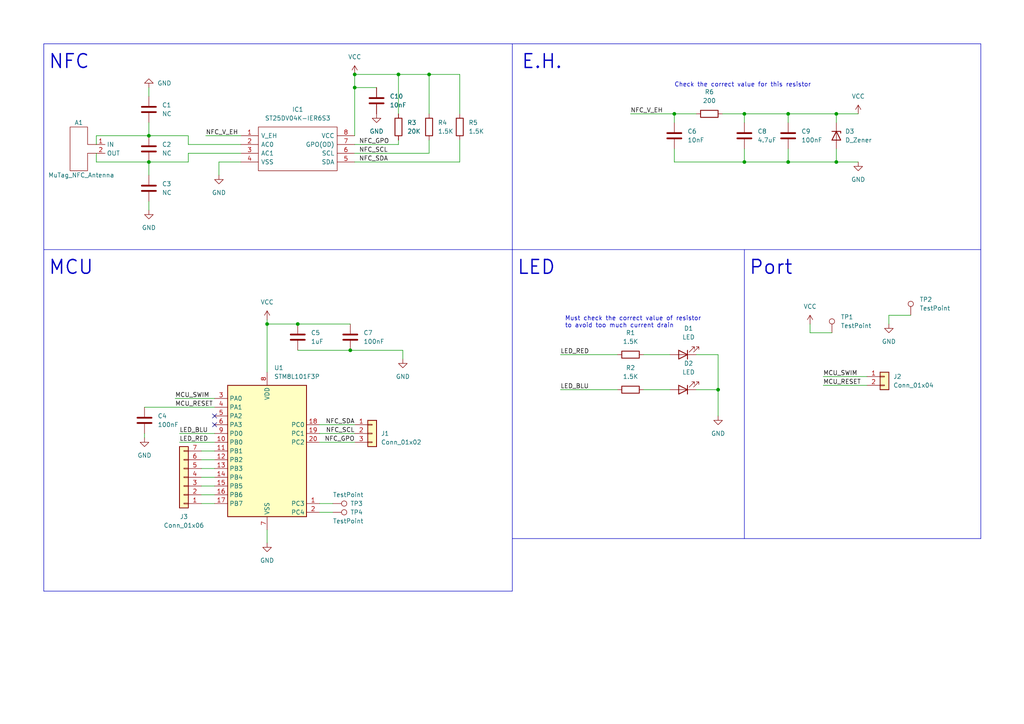
<source format=kicad_sch>
(kicad_sch (version 20211123) (generator eeschema)
  (paper "A4")
  (title_block (title "MuTag") (date "2023-01-20") (rev "v0.1"))
  (lib_symbols
    (symbol "Connector:TestPoint" (pin_numbers hide) (pin_names (offset 0.762) hide)
      (property "Reference" "TP" (at 0 6.858 0))
      (property "Value" "TestPoint" (at 0 5.08 0))
      (symbol "TestPoint_0_1"
        (circle (center 0 3.302) (radius 0.762))
      )
      (symbol "TestPoint_1_1"
        (pin passive line (at 0 0 90) (length 2.54) (name "1") (number "1"))
      )
    )
    (symbol "Connector_Generic:Conn_01x02" (pin_names (offset 1.016) hide)
      (property "Reference" "J" (at 0 2.54 0))
      (property "Value" "Conn_01x02" (at 0 -5.08 0))
      (symbol "Conn_01x02_1_1"
        (rectangle (start -1.27 -2.413) (end 0 -2.667) (stroke (width 0.1524)))
        (rectangle (start -1.27 0.127) (end 0 -0.127) (stroke (width 0.1524)))
        (rectangle (start -1.27 1.27) (end 1.27 -3.81) (stroke (width 0.254)) (fill (type background)))
        (pin passive line (at -5.08 0 0) (length 3.81) (name "Pin_1") (number "1"))
        (pin passive line (at -5.08 -2.54 0) (length 3.81) (name "Pin_2") (number "2"))
      )
    )
    (symbol "Connector_Generic:Conn_01x03" (pin_names (offset 1.016) hide)
      (property "Reference" "J" (at 0 5.08 0))
      (property "Value" "Conn_01x03" (at 0 -5.08 0))
      (symbol "Conn_01x03_1_1"
        (rectangle (start -1.27 -2.413) (end 0 -2.667) (stroke (width 0.1524)))
        (rectangle (start -1.27 0.127) (end 0 -0.127) (stroke (width 0.1524)))
        (rectangle (start -1.27 2.667) (end 0 2.413) (stroke (width 0.1524)))
        (rectangle (start -1.27 3.81) (end 1.27 -3.81) (stroke (width 0.254)) (fill (type background)))
        (pin passive line (at -5.08 2.54 0) (length 3.81) (name "Pin_1") (number "1"))
        (pin passive line (at -5.08 0 0) (length 3.81) (name "Pin_2") (number "2"))
        (pin passive line (at -5.08 -2.54 0) (length 3.81) (name "Pin_3") (number "3"))
      )
    )
    (symbol "Connector_Generic:Conn_01x07" (pin_names (offset 1.016) hide)
      (property "Reference" "J" (at 0 10.16 0))
      (property "Value" "Conn_01x07" (at 0 -10.16 0))
      (symbol "Conn_01x07_1_1"
        (rectangle (start -1.27 -7.493) (end 0 -7.747) (stroke (width 0.1524)))
        (rectangle (start -1.27 -4.953) (end 0 -5.207) (stroke (width 0.1524)))
        (rectangle (start -1.27 -2.413) (end 0 -2.667) (stroke (width 0.1524)))
        (rectangle (start -1.27 0.127) (end 0 -0.127) (stroke (width 0.1524)))
        (rectangle (start -1.27 2.667) (end 0 2.413) (stroke (width 0.1524)))
        (rectangle (start -1.27 5.207) (end 0 4.953) (stroke (width 0.1524)))
        (rectangle (start -1.27 7.747) (end 0 7.493) (stroke (width 0.1524)))
        (rectangle (start -1.27 8.89) (end 1.27 -8.89) (stroke (width 0.254)) (fill (type background)))
        (pin passive line (at -5.08 7.62 0) (length 3.81) (name "Pin_1") (number "1"))
        (pin passive line (at -5.08 5.08 0) (length 3.81) (name "Pin_2") (number "2"))
        (pin passive line (at -5.08 2.54 0) (length 3.81) (name "Pin_3") (number "3"))
        (pin passive line (at -5.08 0 0) (length 3.81) (name "Pin_4") (number "4"))
        (pin passive line (at -5.08 -2.54 0) (length 3.81) (name "Pin_5") (number "5"))
        (pin passive line (at -5.08 -5.08 0) (length 3.81) (name "Pin_6") (number "6"))
        (pin passive line (at -5.08 -7.62 0) (length 3.81) (name "Pin_7") (number "7"))
      )
    )
    (symbol "Device:C" (pin_numbers hide) (pin_names (offset 0.254))
      (property "Reference" "C" (at 0.635 2.54 0))
      (property "Value" "C" (at 0.635 -2.54 0))
      (symbol "C_0_1"
        (polyline (pts (xy -2.032 -0.762) (xy 2.032 -0.762)) (stroke (width 0.508)))
        (polyline (pts (xy -2.032 0.762) (xy 2.032 0.762)) (stroke (width 0.508)))
      )
      (symbol "C_1_1"
        (pin passive line (at 0 3.81 270) (length 2.794) (name "~") (number "1"))
        (pin passive line (at 0 -3.81 90) (length 2.794) (name "~") (number "2"))
      )
    )
    (symbol "Device:D_Zener" (pin_numbers hide) (pin_names (offset 1.016) hide)
      (property "Reference" "D" (at 0 2.54 0))
      (property "Value" "D_Zener" (at 0 -2.54 0))
      (symbol "D_Zener_0_1"
        (polyline (pts (xy 1.27 0) (xy -1.27 0)))
        (polyline (pts (xy -1.27 -1.27) (xy -1.27 1.27) (xy -0.762 1.27)) (stroke (width 0.254)))
        (polyline (pts (xy 1.27 -1.27) (xy 1.27 1.27) (xy -1.27 0) (xy 1.27 -1.27)) (stroke (width 0.254)))
      )
      (symbol "D_Zener_1_1"
        (pin passive line (at -3.81 0 0) (length 2.54) (name "K") (number "1"))
        (pin passive line (at 3.81 0 180) (length 2.54) (name "A") (number "2"))
      )
    )
    (symbol "Device:LED" (pin_numbers hide) (pin_names (offset 1.016) hide)
      (property "Reference" "D" (at 0 2.54 0))
      (property "Value" "LED" (at 0 -2.54 0))
      (symbol "LED_0_1"
        (polyline (pts (xy -1.27 -1.27) (xy -1.27 1.27)) (stroke (width 0.254)))
        (polyline (pts (xy -1.27 0) (xy 1.27 0)))
        (polyline (pts (xy 1.27 -1.27) (xy 1.27 1.27) (xy -1.27 0) (xy 1.27 -1.27)) (stroke (width 0.254)))
        (polyline (pts (xy -3.048 -0.762) (xy -4.572 -2.286) (xy -3.81 -2.286) (xy -4.572 -2.286) (xy -4.572 -1.524)))
        (polyline (pts (xy -1.778 -0.762) (xy -3.302 -2.286) (xy -2.54 -2.286) (xy -3.302 -2.286) (xy -3.302 -1.524)))
      )
      (symbol "LED_1_1"
        (pin passive line (at -3.81 0 0) (length 2.54) (name "K") (number "1"))
        (pin passive line (at 3.81 0 180) (length 2.54) (name "A") (number "2"))
      )
    )
    (symbol "Device:R" (pin_numbers hide) (pin_names (offset 0))
      (property "Reference" "R" (at 2.032 0 90))
      (property "Value" "R" (at 0 0 90))
      (symbol "R_0_1"
        (rectangle (start -1.016 -2.54) (end 1.016 2.54) (stroke (width 0.254)))
      )
      (symbol "R_1_1"
        (pin passive line (at 0 3.81 270) (length 1.27) (name "~") (number "1"))
        (pin passive line (at 0 -3.81 90) (length 1.27) (name "~") (number "2"))
      )
    )
    (symbol "MCU_ST_STM8:STM8L101F3P"
      (property "Reference" "U1" (at 2.0194 24.13 0))
      (property "Value" "STM8L101F3P" (at 2.0194 21.59 0))
      (symbol "STM8L101F3P_0_1"
        (rectangle (start -11.43 19.05) (end 11.43 -19.05) (stroke (width 0.254)) (fill (type background)))
      )
      (symbol "STM8L101F3P_1_1"
        (pin bidirectional line (at 15.24 -15.24 180) (length 3.81) (name "PC3") (number "1"))
        (pin bidirectional line (at -15.24 2.54 0) (length 3.81) (name "PB0") (number "10"))
        (pin bidirectional line (at -15.24 0 0) (length 3.81) (name "PB1") (number "11"))
        (pin bidirectional line (at -15.24 -2.54 0) (length 3.81) (name "PB2") (number "12"))
        (pin bidirectional line (at -15.24 -5.08 0) (length 3.81) (name "PB3") (number "13"))
        (pin bidirectional line (at -15.24 -7.62 0) (length 3.81) (name "PB4") (number "14"))
        (pin bidirectional line (at -15.24 -10.16 0) (length 3.81) (name "PB5") (number "15"))
        (pin bidirectional line (at -15.24 -12.7 0) (length 3.81) (name "PB6") (number "16"))
        (pin bidirectional line (at -15.24 -15.24 0) (length 3.81) (name "PB7") (number "17"))
        (pin bidirectional line (at 15.24 7.62 180) (length 3.81) (name "PC0") (number "18"))
        (pin bidirectional line (at 15.24 5.08 180) (length 3.81) (name "PC1") (number "19"))
        (pin bidirectional line (at 15.24 -17.78 180) (length 3.81) (name "PC4") (number "2"))
        (pin bidirectional line (at 15.24 2.54 180) (length 3.81) (name "PC2") (number "20"))
        (pin power_in line (at -15.24 15.24 0) (length 3.81) (name "PA0") (number "3"))
        (pin bidirectional line (at -15.24 12.7 0) (length 3.81) (name "PA1") (number "4"))
        (pin bidirectional line (at -15.24 10.16 0) (length 3.81) (name "PA2") (number "5"))
        (pin bidirectional line (at -15.24 7.62 0) (length 3.81) (name "PA3") (number "6"))
        (pin power_in line (at 0 -22.86 90) (length 3.81) (name "VSS") (number "7"))
        (pin power_in line (at 0 22.86 270) (length 3.81) (name "VDD") (number "8"))
        (pin bidirectional line (at -15.24 5.08 0) (length 3.81) (name "PD0") (number "9"))
      )
    )
    (symbol "MySymbols:MuTag_NFC_Antenna"
      (property "Reference" "A" (at 0 7.62 0))
      (property "Value" "MuTag_NFC_Antenna" (at 0 -8.89 0))
      (symbol "MuTag_NFC_Antenna_0_1"
        (polyline (pts (xy 2.54 -2.54) (xy 0 -2.54) (xy 0 -7.62) (xy -5.08 -7.62) (xy -5.08 5.08) (xy 0 5.08) (xy 0 0) (xy 2.54 0)))
      )
      (symbol "MuTag_NFC_Antenna_1_1"
        (pin bidirectional line (at 2.54 0 0) (length 2.54) (name "IN") (number "1"))
        (pin bidirectional line (at 2.54 -2.54 0) (length 2.54) (name "OUT") (number "2"))
      )
    )
    (symbol "ST25DV04K-IER6S3:ST25DV04K-IER6S3" (pin_names (offset 0.762))
      (property "Reference" "IC" (at 29.21 7.62 0))
      (property "Value" "ST25DV04K-IER6S3" (at 29.21 5.08 0))
      (symbol "ST25DV04K-IER6S3_0_0"
        (pin passive line (at 0 0 0) (length 5.08) (name "V_EH") (number "1"))
        (pin passive line (at 0 -2.54 0) (length 5.08) (name "AC0") (number "2"))
        (pin passive line (at 0 -5.08 0) (length 5.08) (name "AC1") (number "3"))
        (pin passive line (at 0 -7.62 0) (length 5.08) (name "VSS") (number "4"))
        (pin passive line (at 33.02 -7.62 180) (length 5.08) (name "SDA") (number "5"))
        (pin passive line (at 33.02 -5.08 180) (length 5.08) (name "SCL") (number "6"))
        (pin passive line (at 33.02 -2.54 180) (length 5.08) (name "GPO(OD)") (number "7"))
        (pin passive line (at 33.02 0 180) (length 5.08) (name "VCC") (number "8"))
      )
      (symbol "ST25DV04K-IER6S3_0_1"
        (polyline (pts (xy 5.08 2.54) (xy 27.94 2.54) (xy 27.94 -10.16) (xy 5.08 -10.16) (xy 5.08 2.54)) (stroke (width 0.1524)))
      )
    )
    (symbol "power:GND" (power) (pin_names (offset 0))
      (property "Value" "GND" (at 0 -3.81 0))
      (symbol "GND_0_1"
        (polyline (pts (xy 0 0) (xy 0 -1.27) (xy 1.27 -1.27) (xy 0 -2.54) (xy -1.27 -1.27) (xy 0 -1.27)))
      )
      (symbol "GND_1_1"
        (pin power_in line (at 0 0 270) (length 0) hide (name "GND") (number "1"))
      )
    )
    (symbol "power:VCC" (power) (pin_names (offset 0))
      (property "Value" "VCC" (at 0 3.81 0))
      (symbol "VCC_0_1"
        (polyline (pts (xy -0.762 1.27) (xy 0 2.54)))
        (polyline (pts (xy 0 0) (xy 0 2.54)))
        (polyline (pts (xy 0 2.54) (xy 0.762 1.27)))
      )
      (symbol "VCC_1_1"
        (pin power_in line (at 0 0 90) (length 0) hide (name "VCC") (number "1"))
      )
    )
  )
  (junction (at 86.36 93.98))
  (junction (at 228.6 33.02))
  (junction (at 77.47 93.98))
  (junction (at 242.57 33.02))
  (junction (at 228.6 46.99))
  (junction (at 43.18 39.37))
  (junction (at 124.46 21.59))
  (junction (at 215.9 46.99))
  (junction (at 195.58 33.02))
  (junction (at 115.57 21.59))
  (junction (at 208.28 113.03))
  (junction (at 43.18 46.99))
  (junction (at 102.87 21.59))
  (junction (at 101.6 101.6))
  (junction (at 102.87 25.4))
  (junction (at 242.57 46.99))
  (junction (at 215.9 33.02))
  (no_connect (at 62.23 123.19))
  (no_connect (at 62.23 120.65))
  (wire (pts (xy 208.28 113.03) (xy 208.28 120.65)))
  (wire (pts (xy 228.6 33.02) (xy 228.6 35.56)))
  (wire (pts (xy 92.71 125.73) (xy 102.87 125.73)))
  (wire (pts (xy 162.56 113.03) (xy 179.07 113.03)))
  (wire (pts (xy 228.6 43.18) (xy 228.6 46.99)))
  (wire (pts (xy 208.28 102.87) (xy 208.28 113.03)))
  (wire (pts (xy 102.87 25.4) (xy 109.22 25.4)))
  (wire (pts (xy 242.57 33.02) (xy 248.92 33.02)))
  (wire (pts (xy 102.87 25.4) (xy 102.87 21.59)))
  (polyline (pts (xy 215.9 72.39) (xy 215.9 156.21)) (stroke (width 0) (type solid)))
  (wire (pts (xy 201.93 113.03) (xy 208.28 113.03)))
  (wire (pts (xy 228.6 33.02) (xy 242.57 33.02)))
  (wire (pts (xy 27.94 44.45) (xy 27.94 46.99)))
  (wire (pts (xy 58.42 143.51) (xy 62.23 143.51)))
  (wire (pts (xy 69.85 46.99) (xy 63.5 46.99)))
  (wire (pts (xy 195.58 46.99) (xy 215.9 46.99)))
  (wire (pts (xy 162.56 102.87) (xy 179.07 102.87)))
  (wire (pts (xy 77.47 153.67) (xy 77.47 157.48)))
  (wire (pts (xy 86.36 101.6) (xy 101.6 101.6)))
  (wire (pts (xy 195.58 43.18) (xy 195.58 46.99)))
  (polyline (pts (xy 148.59 12.7) (xy 148.59 72.39)) (stroke (width 0) (type solid)))
  (wire (pts (xy 101.6 101.6) (xy 116.84 101.6)))
  (wire (pts (xy 54.61 39.37) (xy 54.61 41.91)))
  (wire (pts (xy 43.18 46.99) (xy 43.18 50.8)))
  (wire (pts (xy 86.36 93.98) (xy 101.6 93.98)))
  (polyline (pts (xy 284.48 72.39) (xy 284.48 156.21)) (stroke (width 0) (type solid)))
  (polyline (pts (xy 12.7 12.7) (xy 148.59 12.7)) (stroke (width 0) (type solid)))
  (wire (pts (xy 102.87 39.37) (xy 102.87 25.4)))
  (wire (pts (xy 116.84 101.6) (xy 116.84 104.14)))
  (wire (pts (xy 27.94 41.91) (xy 27.94 39.37)))
  (wire (pts (xy 115.57 41.91) (xy 115.57 40.64)))
  (wire (pts (xy 58.42 138.43) (xy 62.23 138.43)))
  (wire (pts (xy 242.57 46.99) (xy 248.92 46.99)))
  (wire (pts (xy 92.71 123.19) (xy 102.87 123.19)))
  (wire (pts (xy 41.91 125.73) (xy 41.91 127)))
  (wire (pts (xy 59.69 39.37) (xy 69.85 39.37)))
  (wire (pts (xy 43.18 35.56) (xy 43.18 39.37)))
  (wire (pts (xy 215.9 33.02) (xy 228.6 33.02)))
  (wire (pts (xy 50.8 115.57) (xy 62.23 115.57)))
  (wire (pts (xy 102.87 21.59) (xy 115.57 21.59)))
  (polyline (pts (xy 148.59 156.21) (xy 284.48 156.21)) (stroke (width 0) (type solid)))
  (wire (pts (xy 228.6 46.99) (xy 242.57 46.99)))
  (wire (pts (xy 43.18 39.37) (xy 54.61 39.37)))
  (wire (pts (xy 215.9 43.18) (xy 215.9 46.99)))
  (polyline (pts (xy 12.7 72.39) (xy 148.59 72.39)) (stroke (width 0) (type solid)))
  (wire (pts (xy 58.42 146.05) (xy 62.23 146.05)))
  (polyline (pts (xy 12.7 12.7) (xy 12.7 72.39)) (stroke (width 0) (type solid)))
  (wire (pts (xy 27.94 39.37) (xy 43.18 39.37)))
  (wire (pts (xy 215.9 33.02) (xy 215.9 35.56)))
  (polyline (pts (xy 148.59 12.7) (xy 284.48 12.7)) (stroke (width 0) (type solid)))
  (wire (pts (xy 102.87 41.91) (xy 115.57 41.91)))
  (wire (pts (xy 264.16 91.44) (xy 257.81 91.44)))
  (wire (pts (xy 54.61 44.45) (xy 54.61 46.99)))
  (wire (pts (xy 133.35 21.59) (xy 133.35 33.02)))
  (wire (pts (xy 58.42 130.81) (xy 62.23 130.81)))
  (polyline (pts (xy 284.48 12.7) (xy 284.48 72.39)) (stroke (width 0) (type solid)))
  (wire (pts (xy 54.61 41.91) (xy 69.85 41.91)))
  (wire (pts (xy 77.47 93.98) (xy 77.47 107.95)))
  (wire (pts (xy 186.69 102.87) (xy 194.31 102.87)))
  (wire (pts (xy 77.47 93.98) (xy 86.36 93.98)))
  (wire (pts (xy 77.47 92.71) (xy 77.47 93.98)))
  (wire (pts (xy 238.76 109.22) (xy 251.46 109.22)))
  (wire (pts (xy 215.9 46.99) (xy 228.6 46.99)))
  (wire (pts (xy 133.35 46.99) (xy 133.35 40.64)))
  (wire (pts (xy 58.42 133.35) (xy 62.23 133.35)))
  (wire (pts (xy 27.94 46.99) (xy 43.18 46.99)))
  (wire (pts (xy 201.93 102.87) (xy 208.28 102.87)))
  (wire (pts (xy 209.55 33.02) (xy 215.9 33.02)))
  (wire (pts (xy 115.57 21.59) (xy 124.46 21.59)))
  (polyline (pts (xy 148.59 72.39) (xy 148.59 171.45)) (stroke (width 0) (type solid)))
  (wire (pts (xy 41.91 118.11) (xy 62.23 118.11)))
  (wire (pts (xy 92.71 146.05) (xy 96.52 146.05)))
  (wire (pts (xy 182.88 33.02) (xy 195.58 33.02)))
  (wire (pts (xy 195.58 33.02) (xy 201.93 33.02)))
  (wire (pts (xy 52.07 125.73) (xy 62.23 125.73)))
  (polyline (pts (xy 12.7 171.45) (xy 148.59 171.45)) (stroke (width 0) (type solid)))
  (wire (pts (xy 115.57 21.59) (xy 115.57 33.02)))
  (wire (pts (xy 58.42 140.97) (xy 62.23 140.97)))
  (wire (pts (xy 234.95 96.52) (xy 234.95 93.98)))
  (wire (pts (xy 195.58 33.02) (xy 195.58 35.56)))
  (polyline (pts (xy 12.7 72.39) (xy 12.7 171.45)) (stroke (width 0) (type solid)))
  (wire (pts (xy 43.18 25.4) (xy 43.18 27.94)))
  (wire (pts (xy 58.42 135.89) (xy 62.23 135.89)))
  (wire (pts (xy 242.57 33.02) (xy 242.57 35.56)))
  (wire (pts (xy 242.57 43.18) (xy 242.57 46.99)))
  (wire (pts (xy 102.87 46.99) (xy 133.35 46.99)))
  (wire (pts (xy 186.69 113.03) (xy 194.31 113.03)))
  (wire (pts (xy 43.18 46.99) (xy 54.61 46.99)))
  (wire (pts (xy 102.87 44.45) (xy 124.46 44.45)))
  (wire (pts (xy 69.85 44.45) (xy 54.61 44.45)))
  (wire (pts (xy 257.81 91.44) (xy 257.81 93.98)))
  (wire (pts (xy 124.46 21.59) (xy 133.35 21.59)))
  (polyline (pts (xy 148.59 72.39) (xy 284.48 72.39)) (stroke (width 0) (type solid)))
  (wire (pts (xy 63.5 46.99) (xy 63.5 50.8)))
  (wire (pts (xy 92.71 148.59) (xy 96.52 148.59)))
  (wire (pts (xy 43.18 58.42) (xy 43.18 60.96)))
  (wire (pts (xy 52.07 128.27) (xy 62.23 128.27)))
  (wire (pts (xy 92.71 128.27) (xy 102.87 128.27)))
  (wire (pts (xy 241.3 96.52) (xy 234.95 96.52)))
  (wire (pts (xy 124.46 44.45) (xy 124.46 40.64)))
  (wire (pts (xy 238.76 111.76) (xy 251.46 111.76)))
  (wire (pts (xy 124.46 21.59) (xy 124.46 33.02)))
  (text "NFC" (at 13.97 20.32 0) (effects (font (size 4 4) (thickness 0.4) bold) (justify left bottom)))
  (text "LED" (at 149.86 80.01 0) (effects (font (size 4 4) (thickness 0.4) bold) (justify left bottom)))
  (text "Port" (at 217.17 80.01 0) (effects (font (size 4 4) (thickness 0.4) bold) (justify left bottom)))
  (text "Must check the correct value of resistor\nto avoid too much current drain" (at 163.83 95.25 0) (effects (font (size 1.27 1.27)) (justify left bottom)))
  (text "MCU" (at 13.97 80.01 0) (effects (font (size 4 4) (thickness 0.4) bold) (justify left bottom)))
  (text "Check the correct value for this resistor" (at 195.58 25.4 0) (effects (font (size 1.27 1.27)) (justify left bottom)))
  (text "E.H." (at 151.13 20.32 0) (effects (font (size 4 4) (thickness 0.4) bold) (justify left bottom)))
  (label "LED_RED" (at 52.07 128.27 0))
  (label "NFC_SCL" (at 102.87 125.73 180))
  (label "NFC_SDA" (at 104.14 46.99 0))
  (label "NFC_V_EH" (at 182.88 33.02 0))
  (label "LED_BLU" (at 52.07 125.73 0))
  (label "NFC_GPO" (at 102.87 128.27 180))
  (label "NFC_GPO" (at 104.14 41.91 0))
  (label "LED_RED" (at 162.56 102.87 0))
  (label "MCU_RESET" (at 50.8 118.11 0))
  (label "MCU_RESET" (at 238.76 111.76 0))
  (label "NFC_SCL" (at 104.14 44.45 0))
  (label "NFC_V_EH" (at 59.69 39.37 0))
  (label "LED_BLU" (at 162.56 113.03 0))
  (label "MCU_SWIM" (at 50.8 115.57 0))
  (label "MCU_SWIM" (at 238.76 109.22 0))
  (label "NFC_SDA" (at 102.87 123.19 180))
  (symbol (lib_id "power:GND") (at 248.92 46.99 0) (unit 1)
    (property "Reference" "#PWR0103" (effects hide))
    (property "Value" "GND" (at 248.92 52.07 0))
  )
  (symbol (lib_id "power:GND") (at 208.28 120.65 0) (unit 1)
    (property "Reference" "#PWR0109" (effects hide))
    (property "Value" "GND" (at 208.28 125.73 0))
  )
  (symbol (lib_id "ST25DV04K-IER6S3:ST25DV04K-IER6S3") (at 69.85 39.37 0) (unit 1)
    (property "Reference" "IC1" (at 86.36 31.75 0))
    (property "Value" "ST25DV04K-IER6S3" (at 86.36 34.29 0))
    (property "Footprint" "SOIC127P600X175-8N" (effects hide))
    (property "Datasheet" "https://ms.componentsearchengine.com/Datasheets/2/ST25DV04K-IER6S3.pdf" (effects hide))
    (property "Description" "STMICROELECTRONICS - ST25DV04K-IER6S3 - RFID/NFC IC, 13.553 MHz to 13.567 MHz, Read, Write, 4Kbit, I2C, 1.8 V to 5.5 V, SOIC-8" (effects hide))
    (property "Height" "1.75" (effects hide))
    (property "Manufacturer_Name" "STMicroelectronics" (effects hide))
    (property "Manufacturer_Part_Number" "ST25DV04K-IER6S3" (effects hide))
    (property "Mouser Part Number" "511-ST25DV04K-IER6S3" (effects hide))
    (property "Mouser Price/Stock" "https://www.mouser.co.uk/ProductDetail/STMicroelectronics/ST25DV04K-IER6S3?qs=xjeEZJU9OeNdtP1j9447OQ%3D%3D" (effects hide))
    (property "Arrow Part Number" "ST25DV04K-IER6S3" (effects hide))
    (property "Arrow Price/Stock" "https://www.arrow.com/en/products/st25dv04k-ier6s3/stmicroelectronics?region=nac" (effects hide))
  )
  (symbol (lib_id "Device:R") (at 182.88 102.87 270) (unit 1)
    (property "Reference" "R1" (at 182.88 96.52 90))
    (property "Value" "1.5K" (at 182.88 99.06 90))
    (property "Footprint" "Resistor_SMD:R_0402_1005Metric" (effects hide))
  )
  (symbol (lib_id "Device:R") (at 205.74 33.02 90) (unit 1)
    (property "Reference" "R6" (at 205.74 26.67 90))
    (property "Value" "200" (at 205.74 29.21 90))
    (property "Footprint" "Resistor_SMD:R_0402_1005Metric" (effects hide))
  )
  (symbol (lib_id "Device:R") (at 115.57 36.83 0) (unit 1)
    (property "Reference" "R3" (at 118.11 35.5599 0) (effects (justify left)))
    (property "Value" "20K" (at 118.11 38.0999 0) (effects (justify left)))
    (property "Footprint" "Resistor_SMD:R_0402_1005Metric" (effects hide))
  )
  (symbol (lib_id "Device:C") (at 109.22 29.21 0) (unit 1)
    (property "Reference" "C10" (at 113.03 27.9399 0) (effects (justify left)))
    (property "Value" "10nF" (at 113.03 30.4799 0) (effects (justify left)))
    (property "Footprint" "Capacitor_SMD:C_0402_1005Metric" (effects hide))
  )
  (symbol (lib_id "power:GND") (at 257.81 93.98 0) (unit 1)
    (property "Reference" "#PWR0113" (effects hide))
    (property "Value" "GND" (at 257.81 99.06 0))
  )
  (symbol (lib_id "Device:C") (at 195.58 39.37 0) (unit 1)
    (property "Reference" "C6" (at 199.39 38.0999 0) (effects (justify left)))
    (property "Value" "10nF" (at 199.39 40.6399 0) (effects (justify left)))
    (property "Footprint" "Capacitor_SMD:C_0402_1005Metric" (effects hide))
  )
  (symbol (lib_id "power:GND") (at 63.5 50.8 0) (unit 1)
    (property "Reference" "#PWR0107" (effects hide))
    (property "Value" "GND" (at 63.5 55.88 0))
  )
  (symbol (lib_id "MySymbols:MuTag_NFC_Antenna") (at 25.4 41.91 0) (unit 1)
    (property "Reference" "A1" (at 21.59 35.56 0) (effects (justify left)))
    (property "Value" "MuTag_NFC_Antenna" (at 13.97 50.8 0) (effects (justify left)))
    (property "Footprint" "MuTag Antenna:mutag_antenna" (effects hide))
  )
  (symbol (lib_id "Device:R") (at 182.88 113.03 90) (unit 1)
    (property "Reference" "R2" (at 182.88 106.68 90))
    (property "Value" "1.5K" (at 182.88 109.22 90))
    (property "Footprint" "Resistor_SMD:R_0402_1005Metric" (effects hide))
  )
  (symbol (lib_id "Device:C") (at 215.9 39.37 0) (unit 1)
    (property "Reference" "C8" (at 219.71 38.0999 0) (effects (justify left)))
    (property "Value" "4.7uF" (at 219.71 40.6399 0) (effects (justify left)))
    (property "Footprint" "Capacitor_SMD:C_0402_1005Metric" (effects hide))
  )
  (symbol (lib_id "Device:C") (at 43.18 54.61 0) (unit 1)
    (property "Reference" "C3" (at 46.99 53.3399 0) (effects (justify left)))
    (property "Value" "NC" (at 46.99 55.8799 0) (effects (justify left)))
    (property "Footprint" "Capacitor_SMD:C_0402_1005Metric" (effects hide))
  )
  (symbol (lib_id "Device:R") (at 124.46 36.83 0) (unit 1)
    (property "Reference" "R4" (at 127 35.5599 0) (effects (justify left)))
    (property "Value" "1.5K" (at 127 38.0999 0) (effects (justify left)))
    (property "Footprint" "Resistor_SMD:R_0402_1005Metric" (effects hide))
  )
  (symbol (lib_id "power:GND") (at 43.18 25.4 180) (unit 1)
    (property "Reference" "#PWR0101" (effects hide))
    (property "Value" "GND" (at 45.6356 24.1299 0) (effects (justify right)))
  )
  (symbol (lib_id "power:VCC") (at 248.92 33.02 0) (unit 1)
    (property "Reference" "#PWR0102" (effects hide))
    (property "Value" "VCC" (at 248.92 27.94 0))
  )
  (symbol (lib_id "Connector:TestPoint") (at 241.3 96.52 0) (unit 1)
    (property "Reference" "TP1" (at 243.84 91.9479 0) (effects (justify left)))
    (property "Value" "TestPoint" (at 243.84 94.4879 0) (effects (justify left)))
    (property "Footprint" "TestPoint:TestPoint_Pad_1.5x1.5mm" (effects hide))
  )
  (symbol (lib_id "Device:C") (at 41.91 121.92 0) (unit 1)
    (property "Reference" "C4" (at 45.72 120.6499 0) (effects (justify left)))
    (property "Value" "100nF" (at 45.72 123.1899 0) (effects (justify left)))
    (property "Footprint" "Capacitor_SMD:C_0402_1005Metric" (effects hide))
  )
  (symbol (lib_id "Device:C") (at 43.18 43.18 0) (unit 1)
    (property "Reference" "C2" (at 46.99 41.9099 0) (effects (justify left)))
    (property "Value" "NC" (at 46.99 44.4499 0) (effects (justify left)))
    (property "Footprint" "Capacitor_SMD:C_0402_1005Metric" (effects hide))
  )
  (symbol (lib_id "Device:C") (at 43.18 31.75 0) (unit 1)
    (property "Reference" "C1" (at 46.99 30.4799 0) (effects (justify left)))
    (property "Value" "NC" (at 46.99 33.0199 0) (effects (justify left)))
    (property "Footprint" "Capacitor_SMD:C_0402_1005Metric" (effects hide))
  )
  (symbol (lib_id "Device:R") (at 133.35 36.83 0) (unit 1)
    (property "Reference" "R5" (at 135.89 35.5599 0) (effects (justify left)))
    (property "Value" "1.5K" (at 135.89 38.0999 0) (effects (justify left)))
    (property "Footprint" "Resistor_SMD:R_0402_1005Metric" (effects hide))
  )
  (symbol (lib_id "Device:C") (at 101.6 97.79 0) (unit 1)
    (property "Reference" "C7" (at 105.41 96.5199 0) (effects (justify left)))
    (property "Value" "100nF" (at 105.41 99.0599 0) (effects (justify left)))
    (property "Footprint" "Capacitor_SMD:C_0402_1005Metric" (effects hide))
  )
  (symbol (lib_id "power:GND") (at 43.18 60.96 0) (unit 1)
    (property "Reference" "#PWR0110" (effects hide))
    (property "Value" "GND" (at 43.18 66.04 0))
  )
  (symbol (lib_id "Connector:TestPoint") (at 96.52 148.59 270) (unit 1)
    (property "Reference" "TP4" (at 101.6 148.59 90) (effects (justify left)))
    (property "Value" "TestPoint" (at 96.52 151.13 90) (effects (justify left)))
    (property "Footprint" "TestPoint:TestPoint_Pad_D1.0mm" (effects hide))
  )
  (symbol (lib_id "power:GND") (at 41.91 127 0) (unit 1)
    (property "Reference" "#PWR0108" (effects hide))
    (property "Value" "GND" (at 41.91 132.08 0))
  )
  (symbol (lib_id "Device:C") (at 228.6 39.37 0) (unit 1)
    (property "Reference" "C9" (at 232.41 38.0999 0) (effects (justify left)))
    (property "Value" "100nF" (at 232.41 40.6399 0) (effects (justify left)))
    (property "Footprint" "Capacitor_SMD:C_0402_1005Metric" (effects hide))
  )
  (symbol (lib_id "Connector_Generic:Conn_01x03") (at 107.95 125.73 0) (unit 1)
    (property "Reference" "J1" (at 110.49 125.7299 0) (effects (justify left)))
    (property "Value" "Conn_01x02" (at 110.49 128.2699 0) (effects (justify left)))
    (property "Footprint" "Connector_PinSocket_1.27mm:PinSocket_1x03_P1.27mm_Vertical_SMD_Pin1Right" (effects hide))
  )
  (symbol (lib_id "Device:LED") (at 198.12 102.87 180) (unit 1)
    (property "Reference" "D1" (at 199.7075 95.25 0))
    (property "Value" "LED" (at 199.7075 97.79 0))
    (property "Footprint" "LED_SMD:LED_0603_1608Metric" (effects hide))
  )
  (symbol (lib_id "power:VCC") (at 234.95 93.98 0) (unit 1)
    (property "Reference" "#PWR0112" (effects hide))
    (property "Value" "VCC" (at 234.95 88.9 0))
  )
  (symbol (lib_id "MCU_ST_STM8:STM8L101F3P") (at 77.47 130.81 0) (unit 1)
    (property "Reference" "U1" (at 79.4894 106.68 0) (effects (justify left)))
    (property "Value" "STM8L101F3P" (at 79.4894 109.22 0) (effects (justify left)))
    (property "Footprint" "Package_SO:TSSOP-20_4.4x6.5mm_P0.65mm" (effects hide))
    (property "Datasheet" "http://www.st.com/st-web-ui/static/active/en/resource/technical/document/datasheet/CD00220591.pdf" (effects hide))
  )
  (symbol (lib_id "Device:C") (at 86.36 97.79 0) (unit 1)
    (property "Reference" "C5" (at 90.17 96.5199 0) (effects (justify left)))
    (property "Value" "1uF" (at 90.17 99.0599 0) (effects (justify left)))
    (property "Footprint" "Capacitor_SMD:C_0402_1005Metric" (effects hide))
  )
  (symbol (lib_id "Connector_Generic:Conn_01x02") (at 256.54 109.22 0) (unit 1)
    (property "Reference" "J2" (at 259.08 109.2199 0) (effects (justify left)))
    (property "Value" "Conn_01x04" (at 259.08 111.7599 0) (effects (justify left)))
    (property "Footprint" "Connector_PinHeader_1.27mm:PinHeader_1x02_P1.27mm_Vertical_SMD_Pin1Right" (effects hide))
  )
  (symbol (lib_id "Connector_Generic:Conn_01x07") (at 53.34 138.43 180) (unit 1)
    (property "Reference" "J3" (at 53.34 149.86 0))
    (property "Value" "Conn_01x06" (at 53.34 152.4 0))
    (property "Footprint" "Connector_PinSocket_1.27mm:PinSocket_1x07_P1.27mm_Vertical_SMD_Pin1Right" (effects hide))
  )
  (symbol (lib_id "power:GND") (at 116.84 104.14 0) (unit 1)
    (property "Reference" "#PWR0104" (effects hide))
    (property "Value" "GND" (at 116.84 109.22 0))
  )
  (symbol (lib_id "Device:LED") (at 198.12 113.03 180) (unit 1)
    (property "Reference" "D2" (at 199.7075 105.41 0))
    (property "Value" "LED" (at 199.7075 107.95 0))
    (property "Footprint" "LED_SMD:LED_0603_1608Metric" (effects hide))
  )
  (symbol (lib_id "Connector:TestPoint") (at 264.16 91.44 0) (unit 1)
    (property "Reference" "TP2" (at 266.7 86.8679 0) (effects (justify left)))
    (property "Value" "TestPoint" (at 266.7 89.4079 0) (effects (justify left)))
    (property "Footprint" "TestPoint:TestPoint_Pad_1.5x1.5mm" (effects hide))
  )
  (symbol (lib_id "Connector:TestPoint") (at 96.52 146.05 270) (unit 1)
    (property "Reference" "TP3" (at 101.6 146.05 90) (effects (justify left)))
    (property "Value" "TestPoint" (at 96.52 143.51 90) (effects (justify left)))
    (property "Footprint" "TestPoint:TestPoint_Pad_D1.0mm" (effects hide))
  )
  (symbol (lib_id "Device:D_Zener") (at 242.57 39.37 270) (unit 1)
    (property "Reference" "D3" (at 245.11 38.0999 90) (effects (justify left)))
    (property "Value" "D_Zener" (at 245.11 40.6399 90) (effects (justify left)))
    (property "Footprint" "Diode_SMD:D_SOD-123" (effects hide))
  )
  (symbol (lib_id "power:GND") (at 109.22 33.02 0) (unit 1)
    (property "Reference" "#PWR0114" (effects hide))
    (property "Value" "GND" (at 109.22 38.1 0))
  )
  (symbol (lib_id "power:VCC") (at 102.87 21.59 0) (unit 1)
    (property "Reference" "#PWR0105" (effects hide))
    (property "Value" "VCC" (at 102.87 16.51 0))
  )
  (symbol (lib_id "power:GND") (at 77.47 157.48 0) (unit 1)
    (property "Reference" "#PWR0111" (effects hide))
    (property "Value" "GND" (at 77.47 162.56 0))
  )
  (symbol (lib_id "power:VCC") (at 77.47 92.71 0) (unit 1)
    (property "Reference" "#PWR0106" (effects hide))
    (property "Value" "VCC" (at 77.47 87.63 0))
  )
)
</source>
